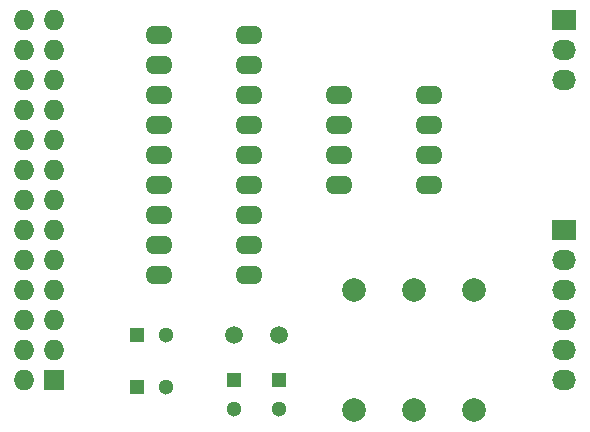
<source format=gbr>
G04 #@! TF.FileFunction,Soldermask,Top*
%FSLAX46Y46*%
G04 Gerber Fmt 4.6, Leading zero omitted, Abs format (unit mm)*
G04 Created by KiCad (PCBNEW 4.0.1-stable) date 14.01.2016 22:08:46*
%MOMM*%
G01*
G04 APERTURE LIST*
%ADD10C,0.100000*%
%ADD11R,1.300000X1.300000*%
%ADD12C,1.300000*%
%ADD13R,1.727200X1.727200*%
%ADD14O,1.727200X1.727200*%
%ADD15O,2.300000X1.600000*%
%ADD16R,2.032000X1.727200*%
%ADD17O,2.032000X1.727200*%
%ADD18C,1.998980*%
%ADD19C,1.501140*%
G04 APERTURE END LIST*
D10*
D11*
X112395000Y-95885000D03*
D12*
X114895000Y-95885000D03*
D13*
X105410000Y-95250000D03*
D14*
X102870000Y-95250000D03*
X105410000Y-92710000D03*
X102870000Y-92710000D03*
X105410000Y-90170000D03*
X102870000Y-90170000D03*
X105410000Y-87630000D03*
X102870000Y-87630000D03*
X105410000Y-85090000D03*
X102870000Y-85090000D03*
X105410000Y-82550000D03*
X102870000Y-82550000D03*
X105410000Y-80010000D03*
X102870000Y-80010000D03*
X105410000Y-77470000D03*
X102870000Y-77470000D03*
X105410000Y-74930000D03*
X102870000Y-74930000D03*
X105410000Y-72390000D03*
X102870000Y-72390000D03*
X105410000Y-69850000D03*
X102870000Y-69850000D03*
X105410000Y-67310000D03*
X102870000Y-67310000D03*
X105410000Y-64770000D03*
X102870000Y-64770000D03*
D15*
X114300000Y-66040000D03*
X114300000Y-68580000D03*
X114300000Y-71120000D03*
X114300000Y-73660000D03*
X114300000Y-76200000D03*
X114300000Y-78740000D03*
X114300000Y-81280000D03*
X114300000Y-83820000D03*
X114300000Y-86360000D03*
X121920000Y-86360000D03*
X121920000Y-83820000D03*
X121920000Y-81280000D03*
X121920000Y-78740000D03*
X121920000Y-76200000D03*
X121920000Y-73660000D03*
X121920000Y-71120000D03*
X121920000Y-68580000D03*
X121920000Y-66040000D03*
D11*
X112395000Y-91440000D03*
D12*
X114895000Y-91440000D03*
D11*
X124460000Y-95250000D03*
D12*
X124460000Y-97750000D03*
D11*
X120650000Y-95250000D03*
D12*
X120650000Y-97750000D03*
D16*
X148590000Y-82550000D03*
D17*
X148590000Y-85090000D03*
X148590000Y-87630000D03*
X148590000Y-90170000D03*
X148590000Y-92710000D03*
X148590000Y-95250000D03*
D16*
X148590000Y-64770000D03*
D17*
X148590000Y-67310000D03*
X148590000Y-69850000D03*
D18*
X135890000Y-97790000D03*
X135890000Y-87630000D03*
X140970000Y-87630000D03*
X140970000Y-97790000D03*
X130810000Y-87630000D03*
X130810000Y-97790000D03*
D15*
X129540000Y-71120000D03*
X129540000Y-73660000D03*
X129540000Y-76200000D03*
X129540000Y-78740000D03*
X137160000Y-78740000D03*
X137160000Y-76200000D03*
X137160000Y-73660000D03*
X137160000Y-71120000D03*
D19*
X124454920Y-91440000D03*
X120655080Y-91440000D03*
M02*

</source>
